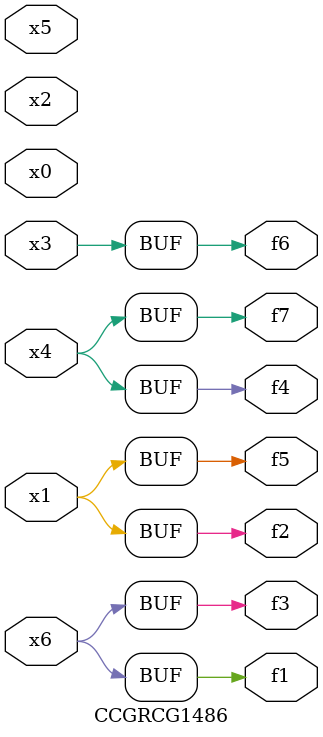
<source format=v>
module CCGRCG1486(
	input x0, x1, x2, x3, x4, x5, x6,
	output f1, f2, f3, f4, f5, f6, f7
);
	assign f1 = x6;
	assign f2 = x1;
	assign f3 = x6;
	assign f4 = x4;
	assign f5 = x1;
	assign f6 = x3;
	assign f7 = x4;
endmodule

</source>
